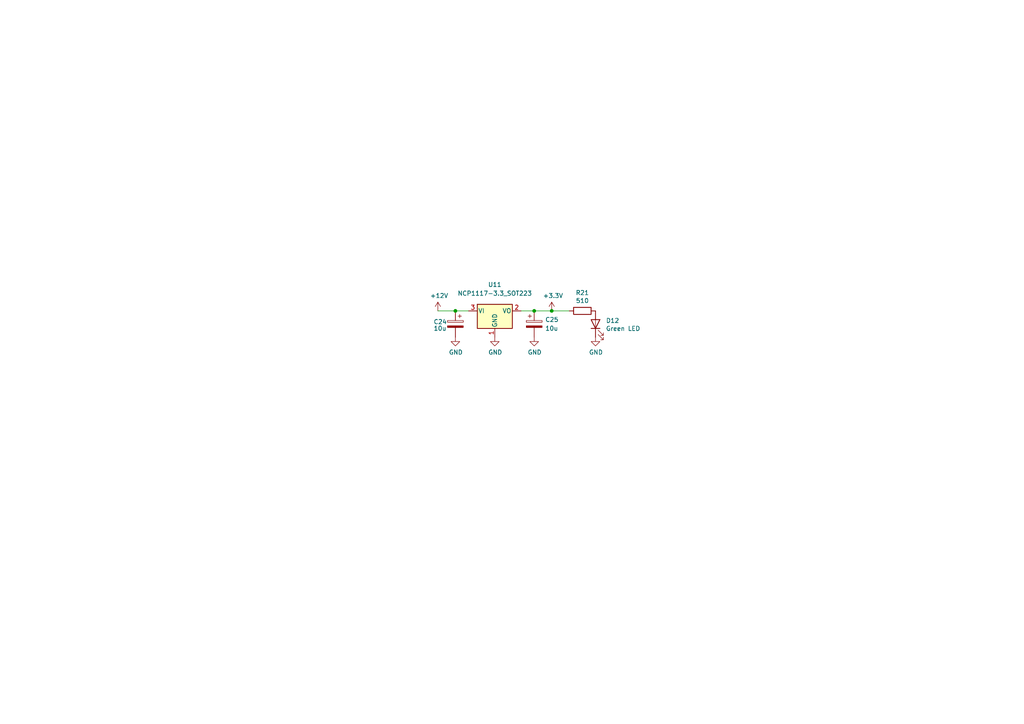
<source format=kicad_sch>
(kicad_sch (version 20211123) (generator eeschema)
  (paper "A4")
  (title_block (title "SDCL - Power") (date "2021-12-16") (rev "v1.0") (company "FaSTTUBe - Formula Student Team TU Berlin") (comment 1 "Car 113") (comment 2 "EBS Electronics") (comment 3 "LDO regulator power supply"))
  (lib_symbols
    (symbol "Device:C_Polarized" (pin_numbers hide) (pin_names (offset 0.254))
      (property "Reference" "C" (at 0.635 2.54 0))
      (property "Value" "C_Polarized" (at 0.635 -2.54 0))
      (symbol "C_Polarized_0_1"
        (rectangle (start -2.286 0.508) (end 2.286 1.016))
        (polyline (pts (xy -1.778 2.286) (xy -0.762 2.286)))
        (polyline (pts (xy -1.27 2.794) (xy -1.27 1.778)))
        (rectangle (start 2.286 -0.508) (end -2.286 -1.016) (fill (type outline)))
      )
      (symbol "C_Polarized_1_1"
        (pin passive line (at 0 3.81 270) (length 2.794) (name "~") (number "1"))
        (pin passive line (at 0 -3.81 90) (length 2.794) (name "~") (number "2"))
      )
    )
    (symbol "Device:LED" (pin_numbers hide) (pin_names (offset 1.016) hide)
      (property "Reference" "D" (at 0 2.54 0))
      (property "Value" "LED" (at 0 -2.54 0))
      (symbol "LED_0_1"
        (polyline (pts (xy -1.27 -1.27) (xy -1.27 1.27)) (stroke (width 0.254)))
        (polyline (pts (xy -1.27 0) (xy 1.27 0)))
        (polyline (pts (xy 1.27 -1.27) (xy 1.27 1.27) (xy -1.27 0) (xy 1.27 -1.27)) (stroke (width 0.254)))
        (polyline (pts (xy -3.048 -0.762) (xy -4.572 -2.286) (xy -3.81 -2.286) (xy -4.572 -2.286) (xy -4.572 -1.524)))
        (polyline (pts (xy -1.778 -0.762) (xy -3.302 -2.286) (xy -2.54 -2.286) (xy -3.302 -2.286) (xy -3.302 -1.524)))
      )
      (symbol "LED_1_1"
        (pin passive line (at -3.81 0 0) (length 2.54) (name "K") (number "1"))
        (pin passive line (at 3.81 0 180) (length 2.54) (name "A") (number "2"))
      )
    )
    (symbol "Device:R" (pin_numbers hide) (pin_names (offset 0))
      (property "Reference" "R" (at 2.032 0 90))
      (property "Value" "R" (at 0 0 90))
      (symbol "R_0_1"
        (rectangle (start -1.016 -2.54) (end 1.016 2.54) (stroke (width 0.254)))
      )
      (symbol "R_1_1"
        (pin passive line (at 0 3.81 270) (length 1.27) (name "~") (number "1"))
        (pin passive line (at 0 -3.81 90) (length 1.27) (name "~") (number "2"))
      )
    )
    (symbol "Regulator_Linear:NCP1117-3.3_SOT223" (pin_names (offset 0.254))
      (property "Reference" "U" (at -3.81 3.175 0))
      (property "Value" "NCP1117-3.3_SOT223" (at 0 3.175 0))
      (symbol "NCP1117-3.3_SOT223_0_1"
        (rectangle (start -5.08 -5.08) (end 5.08 1.905) (stroke (width 0.254)) (fill (type background)))
      )
      (symbol "NCP1117-3.3_SOT223_1_1"
        (pin power_in line (at 0 -7.62 90) (length 2.54) (name "GND") (number "1"))
        (pin power_out line (at 7.62 0 180) (length 2.54) (name "VO") (number "2"))
        (pin power_in line (at -7.62 0 0) (length 2.54) (name "VI") (number "3"))
      )
    )
    (symbol "power:+12V" (power) (pin_names (offset 0))
      (property "Value" "+12V" (at 0 3.556 0))
      (symbol "+12V_0_1"
        (polyline (pts (xy -0.762 1.27) (xy 0 2.54)))
        (polyline (pts (xy 0 0) (xy 0 2.54)))
        (polyline (pts (xy 0 2.54) (xy 0.762 1.27)))
      )
      (symbol "+12V_1_1"
        (pin power_in line (at 0 0 90) (length 0) hide (name "+12V") (number "1"))
      )
    )
    (symbol "power:+3.3V" (power) (pin_names (offset 0))
      (property "Value" "+3.3V" (at 0 3.556 0))
      (symbol "+3.3V_0_1"
        (polyline (pts (xy -0.762 1.27) (xy 0 2.54)))
        (polyline (pts (xy 0 0) (xy 0 2.54)))
        (polyline (pts (xy 0 2.54) (xy 0.762 1.27)))
      )
      (symbol "+3.3V_1_1"
        (pin power_in line (at 0 0 90) (length 0) hide (name "+3.3V") (number "1"))
      )
    )
    (symbol "power:GND" (power) (pin_names (offset 0))
      (property "Value" "GND" (at 0 -3.81 0))
      (symbol "GND_0_1"
        (polyline (pts (xy 0 0) (xy 0 -1.27) (xy 1.27 -1.27) (xy 0 -2.54) (xy -1.27 -1.27) (xy 0 -1.27)))
      )
      (symbol "GND_1_1"
        (pin power_in line (at 0 0 270) (length 0) hide (name "GND") (number "1"))
      )
    )
  )
  (junction (at 154.94 90.17))
  (junction (at 132.08 90.17))
  (junction (at 160.02 90.17))
  (wire (pts (xy 165.1 90.17) (xy 160.02 90.17)))
  (wire (pts (xy 132.08 90.17) (xy 135.89 90.17)))
  (wire (pts (xy 154.94 90.17) (xy 160.02 90.17)))
  (wire (pts (xy 127 90.17) (xy 132.08 90.17)))
  (wire (pts (xy 151.13 90.17) (xy 154.94 90.17)))
  (symbol (lib_id "power:+12V") (at 127 90.17 0) (unit 1)
    (property "Reference" "#PWR0148" (effects hide))
    (property "Value" "+12V" (at 127.381 85.7758 0))
  )
  (symbol (lib_id "power:+3.3V") (at 160.02 90.17 0) (unit 1)
    (property "Reference" "#PWR0147" (effects hide))
    (property "Value" "+3.3V" (at 160.401 85.7758 0))
  )
  (symbol (lib_id "power:GND") (at 143.51 97.79 0) (unit 1)
    (property "Reference" "#PWR0146" (effects hide))
    (property "Value" "GND" (at 143.637 102.1842 0))
  )
  (symbol (lib_id "power:GND") (at 132.08 97.79 0) (unit 1)
    (property "Reference" "#PWR0145" (effects hide))
    (property "Value" "GND" (at 132.207 102.1842 0))
  )
  (symbol (lib_id "power:GND") (at 154.94 97.79 0) (unit 1)
    (property "Reference" "#PWR0144" (effects hide))
    (property "Value" "GND" (at 155.067 102.1842 0))
  )
  (symbol (lib_id "Device:LED") (at 172.72 93.98 90) (unit 1)
    (property "Reference" "D12" (at 175.7172 92.9894 90) (effects (justify right)))
    (property "Value" "Green LED" (at 175.7172 95.3008 90) (effects (justify right)))
    (property "Footprint" "Diode_SMD:D_0603_1608Metric_Pad1.05x0.95mm_HandSolder" (effects hide))
  )
  (symbol (lib_id "Device:R") (at 168.91 90.17 90) (unit 1)
    (property "Reference" "R21" (at 168.91 84.9122 90))
    (property "Value" "510" (at 168.91 87.2236 90))
    (property "Footprint" "Resistor_SMD:R_0603_1608Metric_Pad1.05x0.95mm_HandSolder" (effects hide))
  )
  (symbol (lib_id "power:GND") (at 172.72 97.79 0) (unit 1)
    (property "Reference" "#PWR0162" (effects hide))
    (property "Value" "GND" (at 172.847 102.1842 0))
  )
  (symbol (lib_id "Device:C_Polarized") (at 132.08 93.98 0) (mirror y) (unit 1)
    (property "Reference" "C24" (at 125.73 93.345 0) (effects (justify right)))
    (property "Value" "10u" (at 125.73 95.25 0) (effects (justify right)))
    (property "Footprint" "Capacitor_THT:CP_Radial_D5.0mm_P2.00mm" (effects hide))
  )
  (symbol (lib_id "Device:C_Polarized") (at 154.94 93.98 0) (unit 1)
    (property "Reference" "C25" (at 158.115 92.71 0) (effects (justify left)))
    (property "Value" "10u" (at 158.115 95.25 0) (effects (justify left)))
    (property "Footprint" "Capacitor_THT:CP_Radial_D5.0mm_P2.00mm" (effects hide))
  )
  (symbol (lib_id "Regulator_Linear:NCP1117-3.3_SOT223") (at 143.51 90.17 0) (unit 1)
    (property "Reference" "U11" (at 143.51 82.55 0))
    (property "Value" "NCP1117-3.3_SOT223" (at 143.51 85.09 0))
    (property "Footprint" "Package_TO_SOT_SMD:SOT-223-3_TabPin2" (effects hide))
    (property "Datasheet" "http://www.onsemi.com/pub_link/Collateral/NCP1117-D.PDF" (effects hide))
  )
)
</source>
